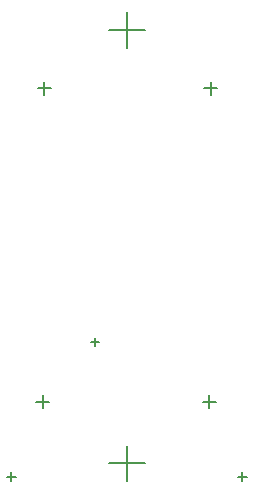
<source format=gbr>
%TF.GenerationSoftware,Altium Limited,Altium Designer,22.4.2 (48)*%
G04 Layer_Color=128*
%FSLAX26Y26*%
%MOIN*%
%TF.SameCoordinates,31C44E49-19BD-49CD-A116-05C5AD78183A*%
%TF.FilePolarity,Positive*%
%TF.FileFunction,Drillmap*%
%TF.Part,Single*%
G01*
G75*
%TA.AperFunction,NonConductor*%
%ADD34C,0.005000*%
D34*
X50000Y85000D02*
X80000D01*
X65000Y70000D02*
Y100000D01*
X820000Y85000D02*
X850000D01*
X835000Y70000D02*
Y100000D01*
X390945Y130000D02*
X509055D01*
X450000Y70945D02*
Y189055D01*
X390945Y1575000D02*
X509055D01*
X450000Y1515945D02*
Y1634055D01*
X148346Y335000D02*
X191654D01*
X170000Y313346D02*
Y356654D01*
X703465Y335000D02*
X746771D01*
X725118Y313346D02*
Y356654D01*
X153346Y1380000D02*
X196654D01*
X175000Y1358347D02*
Y1401653D01*
X708465Y1380000D02*
X751771D01*
X730118Y1358347D02*
Y1401653D01*
X331000Y535000D02*
X359000D01*
X345000Y521000D02*
Y549000D01*
%TF.MD5,b234cfb7b322a0cb4f6e71be696bbbc0*%
M02*

</source>
